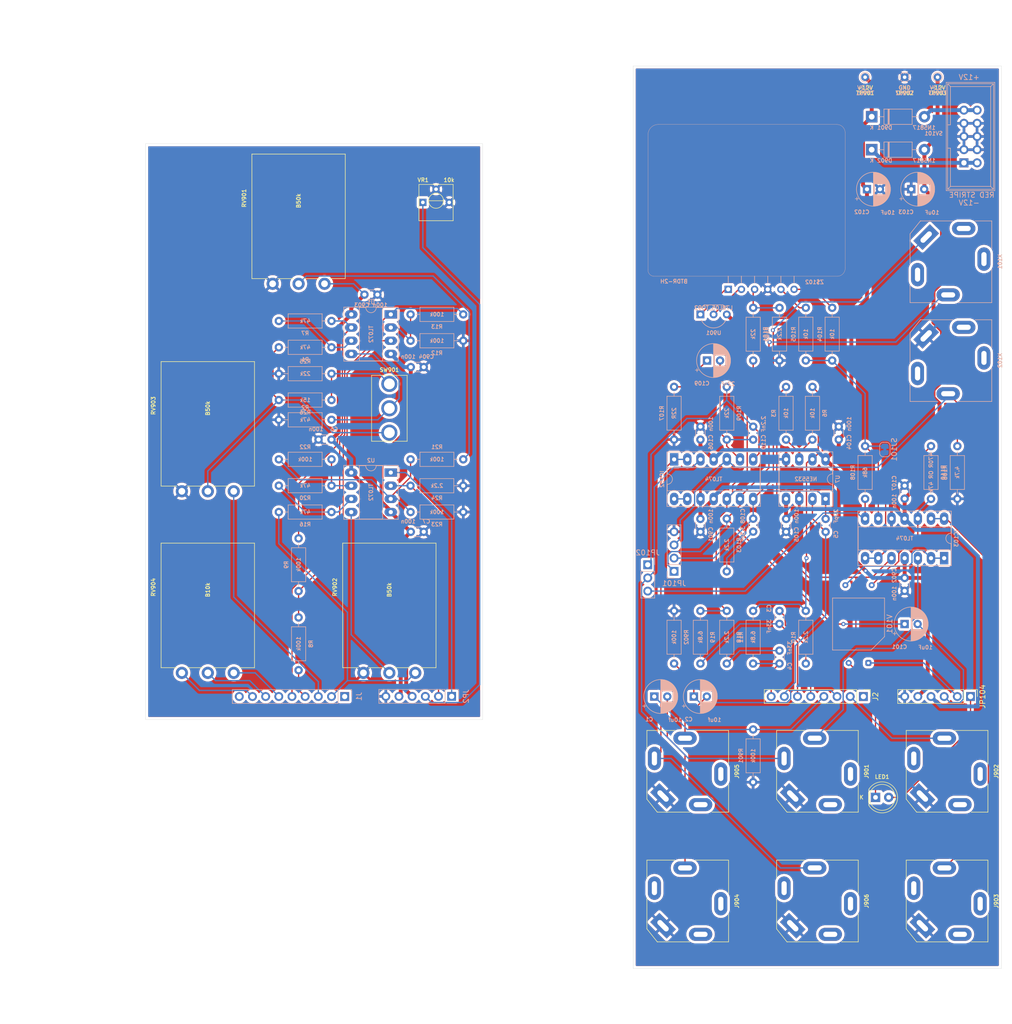
<source format=kicad_pcb>
(kicad_pcb (version 20211014) (generator pcbnew)
  (layers (0 "F.Cu" signal) (31 "B.Cu" signal) (34 "B.Paste" user) (35 "F.Paste" user) (36 "B.SilkS" user "B.Silkscreen") (37 "F.SilkS" user "F.Silkscreen") (38 "B.Mask" user) (39 "F.Mask" user) (44 "Edge.Cuts" user))
  (net 0 "")
  (net 1 "+12V")
  (net 2 "GND")
  (net 3 "-12V")
  (net 4 "/Back board/AUDIO_IN_1")
  (net 5 "/Back board/IN_1")
  (net 6 "/Back board/AUDIO_IN_2")
  (net 7 "/Back board/IN_2")
  (net 8 "Net-(C3-Pad1)")
  (net 9 "/Back board/EQ_POT_3_B")
  (net 10 "/Back board/EQ_POT_1_B")
  (net 11 "Net-(C4-Pad2)")
  (net 12 "/Back board/EQ_POT_2_B")
  (net 13 "/Back board/REVERB_SEND")
  (net 14 "/Back board/TO_TANK")
  (net 15 "/Back board/TRIM_B")
  (net 16 "+12V_B")
  (net 17 "GND_B")
  (net 18 "-12V_B")
  (net 19 "Net-(C108-Pad1)")
  (net 20 "Net-(C108-Pad2)")
  (net 21 "Net-(C109-Pad1)")
  (net 22 "Net-(C109-Pad2)")
  (net 23 "Net-(C110-Pad2)")
  (net 24 "/+12V_INLET")
  (net 25 "/-12V_INLET")
  (net 26 "/Back board/WET")
  (net 27 "/Back board/REVERB_RETURN")
  (net 28 "/Back board/FROM_TANK")
  (net 29 "Net-(IC102-Pad13)")
  (net 30 "Net-(IC103-Pad1)")
  (net 31 "Net-(IC103-Pad8)")
  (net 32 "Net-(IC103-Pad9)")
  (net 33 "/Back board/XFADE")
  (net 34 "/Back board/DRY_B")
  (net 35 "Net-(IC103-Pad12)")
  (net 36 "Net-(IC103-Pad6)")
  (net 37 "/Back board/MIX")
  (net 39 "/Front board/CV_IN")
  (net 40 "/Front board/AUDIO_IN_2")
  (net 41 "/Front board/AUDIO_IN_1")
  (net 42 "/Front board/DRY_F")
  (net 43 "/Front board/EQ_POT_3_F")
  (net 44 "/Front board/EQ_POT_2_F")
  (net 45 "/Front board/EQ_POT_1_F")
  (net 47 "/Back board/CV_IN")
  (net 48 "/Front board/VAC_AN_F")
  (net 49 "/Front board/VAC_CA_F")
  (net 50 "/Front board/TRIM_F")
  (net 51 "/Back board/VAC_AN_B")
  (net 52 "/Back board/VAC_CA_B")
  (net 53 "Net-(LED1-Pad1)")
  (net 54 "Net-(R1-Pad2)")
  (net 55 "/Front board/FB_LEVEL")
  (net 56 "Net-(R2-Pad1)")
  (net 57 "Net-(R3-Pad2)")
  (net 58 "Net-(R10-Pad1)")
  (net 59 "Net-(R7-Pad2)")
  (net 60 "Net-(R8-Pad2)")
  (net 61 "Net-(R12-Pad1)")
  (net 62 "Net-(R16-Pad2)")
  (net 63 "Net-(R20-Pad2)")
  (net 64 "Net-(R21-Pad2)")
  (net 65 "/Front board/MIX")
  (net 66 "Net-(R101-Pad2)")
  (net 67 "Net-(R104-Pad1)")
  (net 68 "Net-(R105-Pad1)")
  (net 69 "/Front board/CV_LEVEL")
  (net 70 "Net-(U901-Pad1)")
  (net 71 "/Front board/FB_ON")
  (net 72 "/Back board/PWR_GND")
  (footprint "Connector_PinHeader_2.54mm:PinHeader_1x06_P2.54mm_Vertical" (layer "F.Cu") (at 229.54 135.56 -90)
    (fp_text reference "JP104")
    (fp_text value "Conn_01x06")
  )
  (footprint "ao_tht:Jack_6.35mm_PJ_629HAN_slots" (layer "F.Cu") (at 225 150 -90)
    (fp_text reference "J902")
    (fp_text value "AudioJack2")
  )
  (footprint "ao_tht:Jack_6.35mm_PJ_629HAN_slots" (layer "F.Cu") (at 175 150 -90)
    (fp_text reference "J905")
    (fp_text value "AudioJack2_SwitchT")
  )
  (footprint "ao_tht:Potentiometer_Alpha_16mm_Single_Vertical" (layer "F.Cu") (at 100 40 90)
    (fp_text reference "RV901")
    (fp_text value "B50k")
  )
  (footprint "ao_tht:Potentiometer_Bourns_3362P_Vertical_screw_centered" (layer "F.Cu") (at 126.5 40)
    (fp_text reference "VR1")
    (fp_text value "10k" hide)
  )
  (footprint "Connector_PinHeader_2.54mm:PinHeader_1x08_P2.54mm_Vertical" (layer "F.Cu") (at 208.89 135.56 -90)
    (fp_text reference "J2")
    (fp_text value "Conn_01x08")
  )
  (footprint "ao_tht:Jack_6.35mm_PJ_629HAN_slots" (layer "F.Cu") (at 200 150 -90)
    (fp_text reference "J901")
    (fp_text value "AudioJack2_SwitchT")
  )
  (footprint "ao_tht:Jack_6.35mm_PJ_629HAN_slots" (layer "F.Cu") (at 175 175 -90)
    (fp_text reference "J904")
    (fp_text value "AudioJack2")
  )
  (footprint "ao_tht:Potentiometer_Alpha_16mm_Single_Vertical" (layer "F.Cu") (at 82.5 80 90)
    (fp_text reference "RV903")
    (fp_text value "B50k")
  )
  (footprint "ao_tht:Jack_6.35mm_PJ_629HAN_slots" (layer "F.Cu") (at 225 175 -90)
    (fp_text reference "J903")
    (fp_text value "AudioJack2")
  )
  (footprint "ao_tht:LED_D5.0mm" (layer "F.Cu") (at 211.225 155)
    (fp_text reference "LED1")
    (fp_text value "LED_green")
  )
  (footprint "ao_tht:Jack_6.35mm_PJ_629HAN_slots" (layer "F.Cu") (at 200 175 -90)
    (fp_text reference "J906")
    (fp_text value "AudioJack2")
  )
  (footprint "ao_tht:Potentiometer_Alpha_16mm_Single_Vertical" (layer "F.Cu") (at 82.5 115 90)
    (fp_text reference "RV904")
    (fp_text value "B10k")
  )
  (footprint "springreverb:springreverb_panel_holes" (layer "F.Cu") (at 100 100)
    (fp_text reference "GRAF902" hide)
    (fp_text value "Holes" hide)
  )
  (footprint "ao_tht:SPDT-toggle-switch-1M-series" (layer "F.Cu") (at 117.5 80)
    (fp_text reference "SW901")
    (fp_text value "SW_SPDT_MSM")
  )
  (footprint "ao_tht:Potentiometer_Alpha_16mm_Single_Vertical" (layer "F.Cu") (at 117.5 115 90)
    (fp_text reference "RV902")
    (fp_text value "B50k")
  )
  (footprint "springreverb:springreverb_panel_holes" (layer "F.Cu") (at 200 100)
    (fp_text reference "GRAF901" hide)
    (fp_text value "Holes" hide)
  )
  (footprint "ao_tht:R_Axial_DIN0207_L6.3mm_D2.5mm_P10.16mm_Horizontal" (layer "B.Cu") (at 209.22 87.3 -90)
    (fp_text reference "R108")
    (fp_text value "68k")
  )
  (footprint "ao_tht:C_Disc_D3.0mm_W1.6mm_P2.50mm" (layer "B.Cu") (at 112.7 58.09)
    (fp_text reference "C903")
    (fp_text value "100n")
  )
  (footprint "ao_tht:R_Axial_DIN0207_L6.3mm_D2.5mm_P10.16mm_Horizontal" (layer "B.Cu") (at 106.35 82.22 180)
    (fp_text reference "R2")
    (fp_text value "47k")
  )
  (footprint "ao_tht:CP_Radial_D6.3mm_P2.50mm" (layer "B.Cu") (at 178.75 70.8)
    (fp_text reference "C109")
    (fp_text value "22uF")
  )
  (footprint "ao_tht:TestPoint_THTPad_D1.5mm_Drill0.7mm" (layer "B.Cu") (at 223.19 16.18)
    (fp_text reference "TP903")
    (fp_text value "-12V")
  )
  (footprint "ao_tht:R_Axial_DIN0207_L6.3mm_D2.5mm_P10.16mm_Horizontal" (layer "B.Cu") (at 172.39 129.21 90)
    (fp_text reference "R902")
    (fp_text value "100k")
  )
  (footprint "ao_tht:R_Axial_DIN0207_L6.3mm_D2.5mm_P10.16mm_Horizontal" (layer "B.Cu") (at 177.47 129.21 90)
    (fp_text reference "R19")
    (fp_text value "6.8k")
  )
  (footprint "ao_tht:C_Disc_D3.0mm_W1.6mm_P2.50mm" (layer "B.Cu") (at 216.84 94.92 -90)
    (fp_text reference "C107")
    (fp_text value "100n")
  )
  (footprint "ao_tht:CP_Radial_D6.3mm_P2.50mm" (layer "B.Cu") (at 168.58 135.56)
    (fp_text reference "C1")
    (fp_text value "10uf")
  )
  (footprint "ao_tht:C_Disc_D3.0mm_W1.6mm_P2.50mm" (layer "B.Cu") (at 193.99 103.82 90)
    (fp_text reference "C105")
    (fp_text value "100n")
  )
  (footprint "ao_tht:C_Disc_D3.0mm_W1.6mm_P2.50mm" (layer "B.Cu") (at 177.47 103.82 90)
    (fp_text reference "C901")
    (fp_text value "100n")
  )
  (footprint "ao_tht:R_Axial_DIN0207_L6.3mm_D2.5mm_P10.16mm_Horizontal" (layer "B.Cu") (at 121.59 100)
    (fp_text reference "R23")
    (fp_text value "100k")
  )
  (footprint "ao_tht:C_Disc_D3.0mm_W1.6mm_P2.50mm" (layer "B.Cu") (at 192.71 119.05 -90)
    (fp_text reference "C3")
    (fp_text value "33nF")
  )
  (footprint "ao_tht:R_Axial_DIN0207_L6.3mm_D2.5mm_P10.16mm_Horizontal" (layer "B.Cu") (at 182.55 129.21 90)
    (fp_text reference "R18")
    (fp_text value "2.2k")
  )
  (footprint "ao_tht:C_Disc_D3.0mm_W1.6mm_P2.50mm" (layer "B.Cu") (at 177.47 86.04 90)
    (fp_text reference "C106")
    (fp_text value "100n")
  )
  (footprint "ao_tht:R_Axial_DIN0207_L6.3mm_D2.5mm_P10.16mm_Horizontal" (layer "B.Cu") (at 221.92 97.46 90)
    (fp_text reference "R110")
    (fp_text value "470R OR 47k")
  )
  (footprint "ao_tht:R_Axial_DIN0207_L6.3mm_D2.5mm_P10.16mm_Horizontal" (layer "B.Cu") (at 121.58 94.93)
    (fp_text reference "R24")
    (fp_text value "2.2k")
  )
  (footprint "ao_tht:R_Axial_DIN0207_L6.3mm_D2.5mm_P10.16mm_Horizontal" (layer "B.Cu") (at 182.55 111.44 90)
    (fp_text reference "R103")
    (fp_text value "2.2k")
  )
  (footprint "ao_tht:DIP-14_W7.62mm_Socket_LongPads" (layer "B.Cu") (at 224.46 108.89 90)
    (fp_text reference "IC103")
    (fp_text value "TL074")
  )
  (footprint "ao_tht:R_Axial_DIN0207_L6.3mm_D2.5mm_P10.16mm_Horizontal" (layer "B.Cu") (at 96.19 78.41)
    (fp_text reference "R26")
    (fp_text value "15k")
  )
  (footprint "ao_tht:DIP-8_W7.62mm_Socket_LongPads" (layer "B.Cu") (at 201.6 97.46 90)
    (fp_text reference "U7")
    (fp_text value "NE5532")
  )
  (footprint "ao_tht:R_Axial_DIN0207_L6.3mm_D2.5mm_P10.16mm_Horizontal" (layer "B.Cu") (at 182.55 86.04 90)
    (fp_text reference "R109")
    (fp_text value "22k")
  )
  (footprint "ao_tht:Power_Header" (layer "B.Cu") (at 228.27 32.69)
    (fp_text reference "SV101")
    (fp_text value "Synth_power_2x5")
  )
  (footprint "ao_tht:CP_Radial_D6.3mm_P2.50mm" (layer "B.Cu") (at 218.11 37.77)
    (fp_text reference "C103")
    (fp_text value "10uF")
  )
  (footprint "ao_tht:R_Axial_DIN0207_L6.3mm_D2.5mm_P10.16mm_Horizontal" (layer "B.Cu") (at 227 87.3 -90)
    (fp_text reference "R106")
    (fp_text value "4.7k")
  )
  (footprint "Connector_PinHeader_2.54mm:PinHeader_1x04_P2.54mm_Vertical" (layer "B.Cu") (at 172.39 111.42)
    (fp_text reference "JP101")
    (fp_text value "Conn_01x04")
  )
  (footprint "ao_tht:R_Axial_DIN0207_L6.3mm_D2.5mm_P10.16mm_Horizontal" (layer "B.Cu") (at 187.64 70.8 90)
    (fp_text reference "R101")
    (fp_text value "22k")
  )
  (footprint "ao_tht:R_Axial_DIN0207_L6.3mm_D2.5mm_P10.16mm_Horizontal" (layer "B.Cu") (at 96.19 100)
    (fp_text reference "R16")
    (fp_text value "47k")
  )
  (footprint "springreverb:BTDR-2H" (layer "B.Cu") (at 182.83 57.07 180)
    (fp_text reference "Z$102")
    (fp_text value "BTDR-2H" hide)
  )
  (footprint "ao_tht:R_Axial_DIN0207_L6.3mm_D2.5mm_P10.16mm_Horizontal" (layer "B.Cu") (at 197.79 60.63 -90)
    (fp_text reference "R105")
    (fp_text value "10k")
  )
  (footprint "ao_tht:R_Axial_DIN0207_L6.3mm_D2.5mm_P10.16mm_Horizontal" (layer "B.Cu") (at 106.35 89.84 180)
    (fp_text reference "R22")
    (fp_text value "100k")
  )
  (footprint "ao_tht:R_Axial_DIN0207_L6.3mm_D2.5mm_P10.16mm_Horizontal" (layer "B.Cu") (at 187.63 119.05 -90)
    (fp_text reference "R11")
    (fp_text value "6.8k")
  )
  (footprint "ao_tht:R_Axial_DIN0207_L6.3mm_D2.5mm_P10.16mm_Horizontal" (layer "B.Cu") (at 192.71 60.63 -90)
    (fp_text reference "R102")
    (fp_text value "2.2k")
  )
  (footprint "ao_tht:TestPoint_THTPad_D1.5mm_Drill0.7mm" (layer "B.Cu") (at 216.84 16.18)
    (fp_text reference "TP902")
    (fp_text value "GND")
  )
  (footprint "ao_tht:C_Disc_D3.0mm_W1.6mm_P2.50mm" (layer "B.Cu") (at 187.64 101.28 -90)
    (fp_text reference "C108")
    (fp_text value "3.3nF")
  )
  (footprint "ao_tht:C_Disc_D3.0mm_W1.6mm_P2.50mm" (layer "B.Cu") (at 106.35 86.03 180)
    (fp_text reference "C6")
    (fp_text value "100n")
  )
  (footprint "ao_tht:C_Disc_D3.0mm_W1.6mm_P2.50mm" (layer "B.Cu") (at 192.71 129.21 90)
    (fp_text reference "C4")
    (fp_text value "33nF")
  )
  (footprint "ao_tht:C_Disc_D3.0mm_W1.6mm_P2.50mm" (layer "B.Cu") (at 201.61 103.82 90)
    (fp_text reference "C5")
    (fp_text value "22pF")
  )
  (footprint "ao_tht:Jack_6.35mm_PJ_629HAN_slots" (layer "B.Cu") (at 225.73 70.79 90)
    (fp_text reference "X102")
    (fp_text value "RCA")
  )
  (footprint "Connector_PinSocket_2.54mm:PinSocket_1x06_P2.54mm_Vertical" (layer "B.Cu") (at 129.515 135.535 90)
    (fp_text reference "JP2")
    (fp_text value "Conn_01x06")
  )
  (footprint "ao_tht:R_Axial_DIN0207_L6.3mm_D2.5mm_P10.16mm_Horizontal" (layer "B.Cu") (at 100 105.08 -90)
    (fp_text reference "R9")
    (fp_text value "100k")
  )
  (footprint "ao_tht:R_Axial_DIN0207_L6.3mm_D2.5mm_P10.16mm_Horizontal" (layer "B.Cu") (at 100 130.48 90)
    (fp_text reference "R8")
    (fp_text value "100k")
  )
  (footprint "ao_tht:DIP-8_W7.62mm_Socket_LongPads" (layer "B.Cu") (at 117.77 92.39 180)
    (fp_text reference "U2")
    (fp_text value "TL072")
  )
  (footprint "ao_tht:R_Axial_DIN0207_L6.3mm_D2.5mm_P10.16mm_Horizontal" (layer "B.Cu") (at 121.59 66.98)
    (fp_text reference "R12")
    (fp_text value "100k")
  )
  (footprint "ao_tht:C_Disc_D3.0mm_W1.6mm_P2.50mm" (layer "B.Cu") (at 204.14 86.03 90)
    (fp_text reference "C104")
    (fp_text value "100n")
  )
  (footprint "ao_tht:C_Disc_D3.0mm_W1.6mm_P2.50mm" (layer "B.Cu") (at 124.13 103.81 180)
    (fp_text reference "C7")
    (fp_text value "100n")
  )
  (footprint "Connector_PinSocket_2.54mm:PinSocket_1x09_P2.54mm_Vertical" (layer "B.Cu") (at 108.89 135.56 90)
    (fp_text reference "J1")
    (fp_text value "Conn_01x08")
  )
  (footprint "Jumper:SolderJumper-2_P1.3mm_Bridged_RoundedPad1.0x1.5mm" (layer "B.Cu") (at 213.03 87.95 90)
    (fp_text reference "SJ101")
    (fp_text value "SolderJumper")
  )
  (footprint "ao_tht:R_Axial_DIN0207_L6.3mm_D2.5mm_P10.16mm_Horizontal" (layer "B.Cu") (at 187.63 141.91 -90)
    (fp_text reference "R901")
    (fp_text value "100k")
  )
  (footprint "Connector_PinHeader_2.54mm:PinHeader_1x03_P2.54mm_Vertical" (layer "B.Cu") (at 167.31 110.16 180)
    (fp_text reference "JP102")
    (fp_text value "Conn_01x03")
  )
  (footprint "ao_tht:C_Disc_D3.0mm_W1.6mm_P2.50mm" (layer "B.Cu") (at 124.13 72.06 180)
    (fp_text reference "C904")
    (fp_text value "100n")
  )
  (footprint "ao_tht:TO-92_Inline_Wide" (layer "B.Cu") (at 177.47 61.91)
    (fp_text reference "U901")
    (fp_text value "L78L05_TO92")
  )
  (footprint "ao_tht:CP_Radial_D6.3mm_P2.50mm" (layer "B.Cu") (at 216.84 121.59)
    (fp_text reference "C101")
    (fp_text value "10uF")
  )
  (footprint "ao_tht:R_Axial_DIN0207_L6.3mm_D2.5mm_P10.16mm_Horizontal" (layer "B.Cu") (at 96.19 94.92)
    (fp_text reference "R20")
    (fp_text value "47k")
  )
  (footprint "ao_tht:R_Axial_DIN0207_L6.3mm_D2.5mm_P10.16mm_Horizontal" (layer "B.Cu") (at 197.79 119.05 -90)
    (fp_text reference "R10")
    (fp_text value "2.2k")
  )
  (footprint "ao_tht:R_Axial_DIN0207_L6.3mm_D2.5mm_P10.16mm_Horizontal" (layer "B.Cu") (at 172.39 75.87 -90)
    (fp_text reference "R107")
    (fp_text value "22R")
  )
  (footprint "OptoDevice:PerkinElmer_VTL5C" (layer "B.Cu") (at 209.85 129.09 90)
    (fp_text reference "V101")
    (fp_text value "32SR3 OR VTL5C3")
  )
  (footprint "ao_tht:DIP-14_W7.62mm_Socket_LongPads" (layer "B.Cu") (at 172.4 89.85 -90)
    (fp_text reference "IC102")
    (fp_text value "TL074")
  )
  (footprint "ao_tht:R_Axial_DIN0207_L6.3mm_D2.5mm_P10.16mm_Horizontal" (layer "B.Cu") (at 96.19 63.17)
    (fp_text reference "R7")
    (fp_text value "47k")
  )
  (footprint "ao_tht:DIP-8_W7.62mm_Socket_LongPads" (layer "B.Cu") (at 117.78 61.9 180)
    (fp_text reference "U1")
    (fp_text value "TL072")
  )
  (footprint "ao_tht:CP_Radial_D6.3mm_P2.50mm" (layer "B.Cu") (at 176.2 135.56)
    (fp_text reference "C2")
    (fp_text value "10uf")
  )
  (footprint "ao_tht:R_Axial_DIN0207_L6.3mm_D2.5mm_P10.16mm_Horizontal" (layer "B.Cu") (at 199.07 86.04 90)
    (fp_text reference "R6")
    (fp_text value "10k")
  )
  (footprint "ao_tht:R_Axial_DIN0207_L6.3mm_D2.5mm_P10.16mm_Horizontal" (layer "B.Cu") (at 193.98 75.88 -90)
    (fp_text reference "R3")
    (fp_text value "10k")
  )
  (footprint "ao_tht:R_Axial_DIN0207_L6.3mm_D2.5mm_P10.16mm_Horizontal" (layer "B.Cu") (at 96.19 68.25)
    (fp_text reference "R1")
    (fp_text value "47k")
  )
  (footprint "ao_tht:R_Axial_DIN0207_L6.3mm_D2.5mm_P10.16mm_Horizontal" (layer "B.Cu") (at 202.87 60.63 -90)
    (fp_text reference "R104")
    (fp_text value "10k")
  )
  (footprint "ao_tht:CP_Radial_D6.3mm_P2.50mm" (layer "B.Cu") (at 209.58 37.77)
    (fp_text reference "C102")
    (fp_text value "10uF")
  )
  (footprint "ao_tht:D_DO-41_SOD81_P10.16mm_Horizontal" (layer "B.Cu") (at 210.49 30.15)
    (fp_text reference "D902")
    (fp_text value "1N5817")
  )
  (footprint "ao_tht:R_Axial_DIN0207_L6.3mm_D2.5mm_P10.16mm_Horizontal" (layer "B.Cu") (at 121.59 61.9)
    (fp_text reference "R13")
    (fp_text value "100k")
  )
  (footprint "ao_tht:R_Axial_DIN0207_L6.3mm_D2.5mm_P10.16mm_Horizontal" (layer "B.Cu") (at 131.75 89.84 180)
    (fp_text reference "R21")
    (fp_text value "100k")
  )
  (footprint "ao_tht:C_Disc_D3.0mm_W1.6mm_P2.50mm" (layer "B.Cu") (at 187.64 86.04 90)
    (fp_text reference "C110")
    (fp_text value "2.2nF")
  )
  (footprint "ao_tht:C_Disc_D3.0mm_W1.6mm_P2.50mm" (layer "B.Cu") (at 216.84 112.7 -90)
    (fp_text reference "C902")
    (fp_text value "100n")
  )
  (footprint "ao_tht:TestPoint_THTPad_D1.5mm_Drill0.7mm" (layer "B.Cu") (at 209.22 16.18)
    (fp_text reference "TP901")
    (fp_text value "+12V")
  )
  (footprint "ao_tht:D_DO-41_SOD81_P10.16mm_Horizontal" (layer "B.Cu") (at 210.49 23.8)
    (fp_text reference "D901")
    (fp_text value "1N5817")
  )
  (footprint "ao_tht:R_Axial_DIN0207_L6.3mm_D2.5mm_P10.16mm_Horizontal" (layer "B.Cu") (at 106.35 73.33 180)
    (fp_text reference "R25")
    (fp_text value "22k")
  )
  (footprint "ao_tht:Jack_6.35mm_PJ_629HAN_slots" (layer "B.Cu") (at 225.73 51.74 90)
    (fp_text reference "X101")
    (fp_text value "RCA")
  )
  (gr_rect (start 164.5 14) (end 235.5 188) (layer "Edge.Cuts") (width 0.05) (fill none))
  (gr_rect (start 70.5 29) (end 135.5 140) (layer "Edge.Cuts") (width 0.05) (fill none))
  (segment (start 115.04596 97.28596) (end 110.15 92.39) (width 0.75) (layer "F.Cu") (net 1))
  (segment (start 115.04596 99.629824) (end 115.04596 97.28596) (width 0.75) (layer "F.Cu") (net 1))
  (segment (start 107.747 64.313) (end 110.16 61.9) (width 0.75) (layer "F.Cu") (net 1))
  (segment (start 110.16 61.9) (end 110.16 60.63) (width 0.75) (layer "F.Cu") (net 1))
  (segment (start 106.35 86.03) (end 107.747 84.633) (width 0.75) (layer "F.Cu") (net 1))
  (segment (start 119.685 104.268864) (end 115.04596 99.629824) (width 0.75) (layer "F.Cu") (net 1))
  (segment (start 119.355 135.535) (end 119.685 135.205) (width 0.75) (layer "F.Cu") (net 1))
  (segment (start 119.685 135.205) (end 119.685 104.268864) (width 0.75) (layer "F.Cu") (net 1))
  (segment (start 110.16 60.63) (end 112.7 58.09) (width 0.75) (layer "F.Cu") (net 1))
  (segment (start 107.747 84.633) (end 107.747 64.313) (width 0.75) (layer "F.Cu") (net 1))
  (segment (start 110.61 56) (end 112.7 58.09) (width 0.25) (layer "B.Cu") (net 1))
  (segment (start 105 56) (end 110.61 56) (width 0.25) (layer "B.Cu") (net 1))
  (segment (start 110.15 92.39) (end 110.15 89.83) (width 0.75) (layer "B.Cu") (net 1))
  (segment (start 110.15 89.83) (end 106.35 86.03) (width 0.75) (layer "B.Cu") (net 1))
  (segment (start 115.99548 98.039344) (end 115.99548 89.209033) (width 0.75) (layer "F.Cu") (net 3))
  (segment (start 115.99548 89.209033) (end 121.63 83.574513) (width 0.75) (layer "F.Cu") (net 3))
  (segment (start 121.63 103.81) (end 121.57 103.81) (width 0.75) (layer "F.Cu") (net 3))
  (segment (start 121.895 135.535) (end 120.755489 134.395489) (width 0.75) (layer "F.Cu") (net 3))
  (segment (start 121.63 83.574513) (end 121.63 72.06) (width 0.75) (layer "F.Cu") (net 3))
  (segment (start 120.755489 104.684511) (end 121.63 103.81) (width 0.75) (layer "F.Cu") (net 3))
  (segment (start 120.755489 134.395489) (end 120.755489 104.684511) (width 0.75) (layer "F.Cu") (net 3))
  (segment (start 117.77 100.01) (end 117.77 99.813864) (width 0.75) (layer "F.Cu") (net 3))
  (segment (start 121.57 103.81) (end 117.77 100.01) (width 0.75) (layer "F.Cu") (net 3))
  (segment (start 117.77 99.813864) (end 115.99548 98.039344) (width 0.75) (layer "F.Cu") (net 3))
  (segment (start 121.63 72.06) (end 120.32 72.06) (width 0.75) (layer "B.Cu") (net 3))
  (segment (start 120.32 72.06) (end 117.78 69.52) (width 0.75) (layer "B.Cu") (net 3))
  (segment (start 194.92 141.91) (end 201.27 135.56) (width 0.25) (layer "B.Cu") (net 4))
  (segment (start 174.93 141.91) (end 187.63 141.91) (width 0.25) (layer "B.Cu") (net 4))
  (segment (start 187.63 141.91) (end 194.92 141.91) (width 0.25) (layer "B.Cu") (net 4))
  (segment (start 168.58 135.56) (end 174.93 141.91) (width 0.25) (layer "B.Cu") (net 4))
  (segment (start 171.08 143.406707) (end 171.08 135.56) (width 0.25) (layer "F.Cu") (net 5))
  (segment (start 174.5 146.826707) (end 171.08 143.406707) (width 0.25) (layer "F.Cu") (net 5))
  (segment (start 174.5 168.6) (end 174.5 146.826707) (width 0.25) (layer "F.Cu") (net 5))
  (segment (start 176.2 135.56) (end 176.2 133.02) (width 0.25) (layer "F.Cu") (net 6))
  (segment (start 176.2 133.02) (end 172.39 129.21) (width 0.25) (layer "F.Cu") (net 6))
  (segment (start 194.867494 134.35851) (end 202.60851 134.35851) (width 0.25) (layer "B.Cu") (net 6))
  (segment (start 177.374511 136.734511) (end 194.136499 136.734511) (width 0.25) (layer "B.Cu") (net 6))
  (segment (start 176.2 135.56) (end 177.374511 136.734511) (width 0.25) (layer "B.Cu") (net 6))
  (segment (start 194.136499 136.734511) (end 194.867494 136.003516) (width 0.25) (layer "B.Cu") (net 6))
  (segment (start 202.60851 134.35851) (end 203.81 135.56) (width 0.25) (layer "B.Cu") (net 6))
  (segment (start 194.867494 136.003516) (end 194.867494 134.35851) (width 0.25) (layer "B.Cu") (net 6))
  (segment (start 174.5 139.76) (end 178.7 135.56) (width 0.25) (layer "F.Cu") (net 7))
  (segment (start 174.5 143.6) (end 174.5 139.76) (width 0.25) (layer "F.Cu") (net 7))
  (segment (start 193.834511 121.825511) (end 193.834511 120.174511) (width 0.25) (layer "F.Cu") (net 8))
  (segment (start 197.79 129.21) (end 197.79 125.781) (width 0.25) (layer "F.Cu") (net 8))
  (segment (start 197.79 125.781) (end 193.834511 121.825511) (width 0.25) (layer "F.Cu") (net 8))
  (segment (start 193.834511 120.174511) (end 192.71 119.05) (width 0.25) (layer "F.Cu") (net 8))
  (segment (start 196.19 125.03) (end 192.71 121.55) (width 0.25) (layer "F.Cu") (net 9))
  (segment (start 196.19 135.56) (end 196.19 125.03) (width 0.25) (layer "F.Cu") (net 9))
  (segment (start 185.13 121.55) (end 192.71 121.55) (width 0.25) (layer "B.Cu") (net 9))
  (segment (start 177.47 129.21) (end 185.13 121.55) (width 0.25) (layer "B.Cu") (net 9))
  (segment (start 191.11 130.81) (end 192.71 129.21) (width 0.25) (layer "F.Cu") (net 10))
  (segment (start 191.11 135.56) (end 191.11 130.81) (width 0.25) (layer "F.Cu") (net 10))
  (segment (start 187.63 129.21) (end 192.71 129.21) (width 0.25) (layer "B.Cu") (net 10))
  (segment (start 185.05 126.71) (end 192.71 126.71) (width 0.25) (layer "B.Cu") (net 11))
  (segment (start 182.55 129.21) (end 185.05 126.71) (width 0.25) (layer "B.Cu") (net 11))
  (segment (start 201.61 103.82) (end 199.06 101.27) (width 0.25) (layer "F.Cu") (net 12))
  (segment (start 199.06 101.27) (end 199.06 97.46) (width 0.25) (layer "F.Cu") (net 12))
  (segment (start 195.758 132.8323) (end 193.65 134.9403) (width 0.25) (layer "B.Cu") (net 12))
  (segment (start 195.758 125.781) (end 195.758 132.8323) (width 0.25) (layer "B.Cu") (net 12))
  (segment (start 201.61 119.929) (end 195.758 125.781) (width 0.25) (layer "B.Cu") (net 12))
  (segment (start 193.65 134.9403) (end 193.65 135.56) (width 0.25) (layer "B.Cu") (net 12))
  (segment (start 201.61 103.82) (end 201.61 119.929) (width 0.25) (layer "B.Cu") (net 12))
  (segment (start 182.56 97.47) (end 182.56 99.609) (width 0.25) (layer "F.Cu") (net 13))
  (segment (start 183.68452 94.80148) (end 186.487 91.999) (width 0.25) (layer "F.Cu") (net 13))
  (segment (start 182.56 97.47) (end 183.68452 96.34548) (width 0.25) (layer "F.Cu") (net 13))
  (segment (start 186.487 78.918) (end 187.64 77.765) (width 0.25) (layer "F.Cu") (net 13))
  (segment (start 182.56 99.609) (end 180.518 101.651) (width 0.25) (layer "F.Cu") (net 13))
  (segment (start 180.518 101.651) (end 180.518 117.018) (width 0.25) (layer "F.Cu") (net 13))
  (segment (start 201.61 97.47) (end 201.6 97.46) (width 0.25) (layer "F.Cu") (net 13))
  (segment (start 201.61 101.32) (end 201.61 97.47) (width 0.25) (layer "F.Cu") (net 13))
  (segment (start 180.518 117.018) (end 182.55 119.05) (width 0.25) (layer "F.Cu") (net 13))
  (segment (start 186.487 91.999) (end 186.487 78.918) (width 0.25) (layer "F.Cu") (net 13))
  (segment (start 187.64 77.765) (end 187.64 70.8) (width 0.25) (layer "F.Cu") (net 13))
  (segment (start 183.68452 96.34548) (end 183.68452 94.80148) (width 0.25) (layer "F.Cu") (net 13))
  (segment (start 184.09452 95.93548) (end 200.07548 95.93548) (width 0.25) (layer "B.Cu") (net 13))
  (segment (start 200.07548 95.93548) (end 201.6 97.46) (width 0.25) (layer "B.Cu") (net 13))
  (segment (start 177.47 119.05) (end 182.55 119.05) (width 0.25) (layer "B.Cu") (net 13))
  (segment (start 182.56 97.47) (end 184.09452 95.93548) (width 0.25) (layer "B.Cu") (net 13))
  (segment (start 202.86 121.59) (end 205.029 121.59) (width 0.25) (layer "F.Cu") (net 14))
  (segment (start 185.1 97.07) (end 190.678 91.492) (width 0.25) (layer "F.Cu") (net 14))
  (segment (start 182.55 101.28) (end 185.1 98.73) (width 0.25) (layer "F.Cu") (net 14))
  (segment (start 185.1 98.73) (end 185.1 97.47) (width 0.25) (layer "F.Cu") (net 14))
  (segment (start 190.678 67.361) (end 190.805 67.234) (width 0.25) (layer "F.Cu") (net 14))
  (segment (start 190.678 91.492) (end 190.678 67.361) (width 0.25) (layer "F.Cu") (net 14))
  (segment (start 182.55 101.28) (end 202.86 121.59) (width 0.25) (layer "F.Cu") (net 14))
  (segment (start 185.1 97.47) (end 185.1 97.07) (width 0.25) (layer "F.Cu") (net 14))
  (via (at 205.029 121.59) (size 0.8) (drill 0.4) (layers "F.Cu" "B.Cu") (net 14))
  (via (at 190.805 67.234) (size 0.8) (drill 0.4) (layers "F.Cu" "B.Cu") (net 14))
  (segment (start 216.84 121.59) (end 205.029 121.59) (width 0.25) (layer "B.Cu") (net 14))
  (segment (start 177.47 107.62) (end 171.882 107.62) (width 0.25) (layer "B.Cu") (net 14))
  (segment (start 171.215489 108.286511) (end 171.215489 110.245489) (width 0.25) (layer "B.Cu") (net 14))
  (segment (start 224.23 58.14) (end 215.136 67.234) (width 0.25) (layer "B.Cu") (net 14))
  (segment (start 171.882 107.62) (end 171.215489 108.286511) (width 0.25) (layer "B.Cu") (net 14))
  (segment (start 215.136 67.234) (end 190.805 67.234) (width 0.25) (layer "B.Cu") (net 14))
  (segment (start 225.23 58.14) (end 224.23 58.14) (width 0.25) (layer "B.Cu") (net 14))
  (segment (start 182.55 101.28) (end 182.55 102.54) (width 0.25) (layer "B.Cu") (net 14))
  (segment (start 182.55 102.54) (end 177.47 107.62) (width 0.25) (layer "B.Cu") (net 14))
  (segment (start 171.215489 110.245489) (end 172.39 111.42) (width 0.25) (layer "B.Cu") (net 14))
  (segment (start 228.174511 136.046499) (end 227.486499 136.734511) (width 0.25) (layer "B.Cu") (net 15))
  (segment (start 227.486499 136.734511) (end 225.634511 136.734511) (width 0.25) (layer "B.Cu") (net 15))
  (segment (start 228.174511 130.424511) (end 228.174511 136.046499) (width 0.25) (layer "B.Cu") (net 15))
  (segment (start 219.34 121.59) (end 228.174511 130.424511) (width 0.25) (layer "B.Cu") (net 15))
  (segment (start 225.634511 136.734511) (end 224.46 135.56) (width 0.25) (layer "B.Cu") (net 15))
  (segment (start 208.815489 25.474511) (end 208.815489 37.005489) (width 0.75) (layer "F.Cu") (net 16))
  (segment (start 221.285 113.843) (end 220.142 112.7) (width 0.75) (layer "F.Cu") (net 16))
  (segment (start 204.14 87.3) (end 201.6 89.84) (width 0.75) (layer "F.Cu") (net 16))
  (segment (start 206.565489 62.014511) (end 206.565489 83.604511) (width 0.75) (layer "F.Cu") (net 16))
  (segment (start 204.14 92.38) (end 204.14 106.153864) (width 0.75) (layer "F.Cu") (net 16))
  (segment (start 177.47 87.3) (end 180.02 89.85) (width 0.75) (layer "F.Cu") (net 16))
  (segment (start 204.14 86.03) (end 204.14 87.3) (width 0.75) (layer "F.Cu") (net 16))
  (segment (start 206.565489 83.604511) (end 204.14 86.03) (width 0.75) (layer "F.Cu") (net 16))
  (segment (start 216.84 112.7) (end 216.84 108.89) (width 0.75) (layer "F.Cu") (net 16))
  (segment (start 177.47 86.04) (end 177.47 87.3) (width 0.75) (layer "F.Cu") (net 16))
  (segment (start 209.58 37.77) (end 209.58 59) (width 0.75) (layer "F.Cu") (net 16))
  (segment (start 210.49 17.45) (end 210.49 23.8) (width 0.75) (layer "F.Cu") (net 16))
  (segment (start 206.426 63.678) (end 184.318 63.678) (width 0.75) (layer "F.Cu") (net 16))
  (segment (start 219.38 135.56) (end 221.285 133.655) (width 0.75) (layer "F.Cu") (net 16))
  (segment (start 184.318 63.678) (end 182.55 61.91) (width 0.75) (layer "F.Cu") (net 16))
  (segment (start 201.6 89.84) (end 204.14 92.38) (width 0.75) (layer "F.Cu") (net 16))
  (segment (start 209.22 16.18) (end 210.49 17.45) (width 0.75) (layer "F.Cu") (net 16))
  (segment (start 221.285 133.655) (end 221.285 113.843) (width 0.75) (layer "F.Cu") (net 16))
  (segment (start 209.58 59) (end 206.565489 62.014511) (width 0.75) (layer "F.Cu") (net 16))
  (segment (start 208.815489 37.005489) (end 209.58 37.77) (width 0.75) (layer "F.Cu") (net 16))
  (segment (start 210.49 23.8) (end 208.815489 25.474511) (width 0.75) (layer "F.Cu") (net 16))
  (segment (start 204.14 106.153864) (end 209.318068 111.331932) (width 0.75) (layer "F.Cu") (net 16))
  (segment (start 220.142 112.7) (end 216.84 112.7) (width 0.75) (layer "F.Cu") (net 16))
  (via (at 209.318068 111.331932) (size 0.8) (drill 0.4) (layers "F.Cu" "B.Cu") (net 16))
  (segment (start 199.82548 88.06548) (end 201.6 89.84) (width 0.75) (layer "B.Cu") (net 16))
  (segment (start 209.318068 111.331932) (end 210.686136 112.7) (width 0.75) (layer "B.Cu") (net 16))
  (segment (start 180.02 89.85) (end 181.80452 88.06548) (width 0.75) (layer "B.Cu") (net 16))
  (segment (start 181.80452 88.06548) (end 199.82548 88.06548) (width 0.75) (layer "B.Cu") (net 16))
  (segment (start 210.686136 112.7) (end 216.84 112.7) (width 0.75) (layer "B.Cu") (net 16))
  (segment (start 216.84 97.42) (end 216.84 101.27) (width 0.75) (layer "F.Cu") (net 18))
  (segment (start 177.47 100.02) (end 180.02 97.47) (width 0.75) (layer "F.Cu") (net 18))
  (segment (start 223.571 90.689) (end 216.84 97.42) (width 0.75) (layer "F.Cu") (net 18))
  (segment (start 224.039394 41.199394) (end 224.039394 55.750346) (width 0.75) (layer "F.Cu") (net 18))
  (segment (start 220.61 37.77) (end 224.039394 41.199394) (width 0.75) (layer "F.Cu") (net 18))
  (segment (start 222.40548 77.94574) (end 223.571 79.11126) (width 0.75) (layer "F.Cu") (net 18))
  (segment (start 223.19 16.18) (end 223.19 27.61) (width 0.75) (layer "F.Cu") (net 18))
  (segment (start 222.40548 57.38426) (end 222.40548 63.471006) (width 0.75) (layer "F.Cu") (net 18))
  (segment (start 220.65 37.73) (end 220.61 37.77) (width 0.75) (layer "F.Cu") (net 18))
  (segment (start 222.40548 63.471006) (end 224.039394 65.10492) (width 0.75) (layer "F.Cu") (net 18))
  (segment (start 224.039394 74.800346) (end 222.40548 76.43426) (width 0.75) (layer "F.Cu") (net 18))
  (segment (start 224.039394 55.750346) (end 222.40548 57.38426) (width 0.75) (layer "F.Cu") (net 18))
  (segment (start 222.40548 76.43426) (end 222.40548 77.94574) (width 0.75) (layer "F.Cu") (net 18))
  (segment (start 220.65 30.15) (end 220.65 37.73) (width 0.75) (layer "F.Cu") (net 18))
  (segment (start 193.98 101.31) (end 193.99 101.32) (width 0.75) (layer "F.Cu") (net 18))
  (segment (start 224.039394 65.10492) (end 224.039394 74.800346) (width 0.75) (layer "F.Cu") (net 18))
  (segment (start 223.571 79.11126) (end 223.571 90.689) (width 0.75) (layer "F.Cu") (net 18))
  (segment (start 193.98 97.46) (end 193.98 101.31) (width 0.75) (layer "F.Cu") (net 18))
  (segment (start 177.47 101.32) (end 177.47 100.02) (width 0.75) (layer "F.Cu") (net 18))
  (segment (start 223.19 27.61) (end 220.65 30.15) (width 0.75) (layer "F.Cu") (net 18))
  (segment (start 195.88251 99.42749) (end 214.99749 99.42749) (width 0.75) (layer "B.Cu") (net 18))
  (segment (start 180.02 97.07) (end 181.854031 95.235969) (width 0.75) (layer "B.Cu") (net 18))
  (segment (start 223.825 137.465) (end 221.92 135.56) (width 0.75) (layer "B.Cu") (net 18))
  (segment (start 216.84 101.27) (end 218.999 103.429) (width 0.75) (layer "B.Cu") (net 18))
  (segment (start 193.99 101.32) (end 195.88251 99.42749) (width 0.75) (layer "B.Cu") (net 18))
  (segment (start 225.857 103.429) (end 230.964511 108.536511) (width 0.75) (layer "B.Cu") (net 18))
  (segment (start 203.505 96.215978) (end 203.505 99.365) (width 0.75) (layer "B.Cu") (net 18))
  (segment (start 181.854031 95.235969) (end 202.524991 95.235969) (width 0.75) (layer "B.Cu") (net 18))
  (segment (start 214.99749 99.42749) (end 216.84 101.27) (width 0.75) (layer "B.Cu") (net 18))
  (segment (start 180.02 97.47) (end 180.02 97.07) (width 0.75) (layer "B.Cu") (net 18))
  (segment (start 202.524991 95.235969) (end 203.505 96.215978) (width 0.75) (layer "B.Cu") (net 18))
  (segment (start 230.964511 108.536511) (end 230.964511 137.465) (width 0.75) (layer "B.Cu") (net 18))
  (segment (start 230.964511 137.465) (end 223.825 137.465) (width 0.75) (layer "B.Cu") (net 18))
  (segment (start 218.999 103.429) (end 225.857 103.429) (width 0.75) (layer "B.Cu") (net 18))
  (segment (start 191.529501 93.580499) (end 191.529501 65.037501) (width 0.25) (layer "F.Cu") (net 19))
  (segment (start 187.64 97.47) (end 191.529501 93.580499) (width 0.25) (layer "F.Cu") (net 19))
  (segment (start 191.529501 65.037501) (end 191.44 64.948) (width 0.25) (layer "F.Cu") (net 19))
  (via (at 191.44 64.948) (size 0.8) (drill 0.4) (layers "F.Cu" "B.Cu") (net 19))
  (segment (start 191.44 64.948) (end 196.882511 59.505489) (width 0.25) (layer "B.Cu") (net 19))
  (segment (start 187.64 101.28) (end 187.64 97.47) (width 0.25) (layer "B.Cu") (net 19))
  (segment (start 208.484511 59.505489) (end 220.99 47) (width 0.25) (layer "B.Cu") (net 19))
  (segment (start 172.39 108.88) (end 180.04 108.88) (width 0.25) (layer "B.Cu") (net 19))
  (segment (start 180.04 108.88) (end 187.64 101.28) (width 0.25) (layer "B.Cu") (net 19))
  (segment (start 196.882511 59.505489) (end 208.484511 59.505489) (width 0.25) (layer "B.Cu") (net 19))
  (segment (start 182.55 111.44) (end 182.55 108.87) (width 0.25) (layer "B.Cu") (net 20))
  (segment (start 182.55 108.87) (end 187.64 103.78) (width 0.25) (layer "B.Cu") (net 20))
  (segment (start 173.68 75.87) (end 178.75 70.8) (width 0.25) (layer "F.Cu") (net 21))
  (segment (start 172.39 75.87) (end 173.68 75.87) (width 0.25) (layer "F.Cu") (net 21))
  (segment (start 185.1 89.85) (end 182.55 87.3) (width 0.25) (layer "F.Cu") (net 22))
  (segment (start 182.55 86.04) (end 181.25 84.74) (width 0.25) (layer "F.Cu") (net 22))
  (segment (start 182.55 87.3) (end 182.55 86.04) (width 0.25) (layer "F.Cu") (net 22))
  (segment (start 181.25 84.74) (end 181.25 70.8) (width 0.25) (layer "F.Cu") (net 22))
  (segment (start 182.55 86.04) (end 187.64 86.04) (width 0.25) (layer "B.Cu") (net 22))
  (segment (start 187.64 89.85) (end 188.764511 88.725489) (width 0.25) (layer "F.Cu") (net 23))
  (segment (start 188.764511 88.725489) (end 188.764511 84.664511) (width 0.25) (layer "F.Cu") (net 23))
  (segment (start 188.764511 84.664511) (end 187.64 83.54) (width 0.25) (layer "F.Cu") (net 23))
  (segment (start 174.8637 81.966) (end 179.034 81.966) (width 0.25) (layer "B.Cu") (net 23))
  (segment (start 167.31 110.16) (end 167.945 109.525) (width 0.25) (layer "B.Cu") (net 23))
  (segment (start 182.55 75.88) (end 182.55 78.45) (width 0.25) (layer "B.Cu") (net 23))
  (segment (start 167.945 88.8847) (end 174.8637 81.966) (width 0.25) (layer "B.Cu") (net 23))
  (segment (start 179.034 81.966) (end 182.55 78.45) (width 0.25) (layer "B.Cu") (net 23))
  (segment (start 167.945 109.525) (end 167.945 88.8847) (width 0.25) (layer "B.Cu") (net 23))
  (segment (start 182.55 78.45) (end 187.64 83.54) (width 0.25) (layer "B.Cu") (net 23))
  (segment (start 221.92 22.53) (end 220.65 23.8) (width 0.75) (layer "B.Cu") (net 24))
  (segment (start 230.81 22.53) (end 228.27 22.53) (width 0.75) (layer "B.Cu") (net 24))
  (segment (start 228.27 22.53) (end 221.92 22.53) (width 0.75) (layer "B.Cu") (net 24))
  (segment (start 228.27 32.69) (end 213.03 32.69) (width 0.75) (layer "B.Cu") (net 25))
  (segment (start 213.03 32.69) (end 210.49 30.15) (width 0.75) (layer "B.Cu") (net 25))
  (segment (start 230.81 32.69) (end 228.27 32.69) (width 0.75) (layer "B.Cu") (net 25))
  (segment (start 169.85 146.25) (end 169.85 92.4) (width 0.25) (layer "F.Cu") (net 26))
  (segment (start 168.6 147.5) (end 169.85 146.25) (width 0.25) (layer "F.Cu") (net 26))
  (segment (start 169.85 92.4) (end 172.4 89.85) (width 0.25) (layer "F.Cu") (net 26))
  (segment (start 172.4 89.85) (end 174.94 89.85) (width 0.25) (layer "B.Cu") (net 26))
  (segment (start 168.6 147.5) (end 171.826707 147.5) (width 0.25) (layer "B.Cu") (net 26))
  (segment (start 192.926707 168.6) (end 199.5 168.6) (width 0.25) (layer "B.Cu") (net 26))
  (segment (start 171.826707 147.5) (end 192.926707 168.6) (width 0.25) (layer "B.Cu") (net 26))
  (segment (start 175.173293 147.5) (end 193.6 147.5) (width 0.25) (layer "B.Cu") (net 27))
  (segment (start 172.379489 91.374511) (end 168.58 95.174) (width 0.25) (layer "B.Cu") (net 27))
  (segment (start 166.135489 138.462196) (end 175.173293 147.5) (width 0.25) (layer "B.Cu") (net 27))
  (segment (start 166.135489 113.874511) (end 166.135489 138.462196) (width 0.25) (layer "B.Cu") (net 27))
  (segment (start 168.58 111.43) (end 167.31 112.7) (width 0.25) (layer "B.Cu") (net 27))
  (segment (start 168.58 95.174) (end 168.58 111.43) (width 0.25) (layer "B.Cu") (net 27))
  (segment (start 177.48 89.85) (end 175.955489 91.374511) (width 0.25) (layer "B.Cu") (net 27))
  (segment (start 167.31 112.7) (end 166.135489 113.874511) (width 0.25) (layer "B.Cu") (net 27))
  (segment (start 175.955489 91.374511) (end 172.379489 91.374511) (width 0.25) (layer "B.Cu") (net 27))
  (segment (start 227 87.3) (end 227 78.96) (width 0.25) (layer "F.Cu") (net 28))
  (segment (start 227 78.96) (end 225.23 77.19) (width 0.25) (layer "F.Cu") (net 28))
  (segment (start 176.35548 96.05452) (end 182.56 89.85) (width 0.25) (layer "B.Cu") (net 28))
  (segment (start 225.23 77.816036) (end 225.23 77.19) (width 0.25) (layer "B.Cu") (net 28))
  (segment (start 182.56 89.85) (end 184.08452 91.37452) (width 0.25) (layer "B.Cu") (net 28))
  (segment (start 173.564511 105.165489) (end 173.564511 101.5778) (width 0.25) (layer "B.Cu") (net 28))
  (segment (start 176.35548 98.786831) (end 176.35548 96.05452) (width 0.25) (layer "B.Cu") (net 28))
  (segment (start 172.39 106.34) (end 173.564511 105.165489) (width 0.25) (layer "B.Cu") (net 28))
  (segment (start 173.564511 101.5778) (end 176.35548 98.786831) (width 0.25) (layer "B.Cu") (net 28))
  (segment (start 211.671516 91.37452) (end 225.23 77.816036) (width 0.25) (layer "B.Cu") (net 28))
  (segment (start 184.08452 91.37452) (end 211.671516 91.37452) (width 0.25) (layer "B.Cu") (net 28))
  (segment (start 172.4 97.47) (end 174.94 97.47) (width 0.25) (layer "B.Cu") (net 29))
  (segment (start 209.08548 110.41452) (end 217.596751 110.41452) (width 0.25) (layer "B.Cu") (net 30))
  (segment (start 218.25548 108.024209) (end 218.914209 107.36548) (width 0.25) (layer "B.Cu") (net 30))
  (segment (start 220.39548 107.36548) (end 221.92 108.89) (width 0.25) (layer "B.Cu") (net 30))
  (segment (start 205.41 114.09) (end 209.08548 110.41452) (width 0.25) (layer "B.Cu") (net 30))
  (segment (start 218.914209 107.36548) (end 220.39548 107.36548) (width 0.25) (layer "B.Cu") (net 30))
  (segment (start 221.92 108.89) (end 224.46 108.89) (width 0.25) (layer "B.Cu") (net 30))
  (segment (start 217.596751 110.41452) (end 218.25548 109.755791) (width 0.25) (layer "B.Cu") (net 30))
  (segment (start 218.25548 109.755791) (end 218.25548 108.024209) (width 0.25) (layer "B.Cu") (net 30))
  (segment (start 209.22 101.27) (end 209.22 97.46) (width 0.25) (layer "F.Cu") (net 31))
  (segment (start 207.74151 100.19151) (end 208.82 101.27) (width 0.25) (layer "B.Cu") (net 31))
  (segment (start 208.82 101.27) (end 209.22 101.27) (width 0.25) (layer "B.Cu") (net 31))
  (segment (start 209.22 101.29) (end 209.22 101.27) (width 0.25) (layer "B.Cu") (net 31))
  (segment (start 186.0997 115.24) (end 201.14819 100.19151) (width 0.25) (layer "B.Cu") (net 31))
  (segment (start 167.31 115.24) (end 186.0997 115.24) (width 0.25) (layer "B.Cu") (net 31))
  (segment (start 201.14819 100.19151) (end 207.74151 100.19151) (width 0.25) (layer "B.Cu") (net 31))
  (segment (start 211.76 101.27) (end 211.76 89.84) (width 0.25) (layer "F.Cu") (net 32))
  (segment (start 211.76 89.84) (end 209.22 87.3) (width 0.25) (layer "F.Cu") (net 32))
  (segment (start 209.22 87.3) (end 213.03 87.3) (width 0.25) (layer "B.Cu") (net 32))
  (segment (start 209.22 77.14) (end 209.22 87.3) (width 0.25) (layer "B.Cu") (net 32))
  (segment (start 202.87 70.79) (end 209.22 77.14) (width 0.25) (layer "B.Cu") (net 32))
  (segment (start 197.79 70.79) (end 202.87 70.79) (width 0.25) (layer "B.Cu") (net 32))
  (segment (start 218.215489 121.124211) (end 219.38 119.9597) (width 0.25) (layer "B.Cu") (net 33))
  (segment (start 218.215489 122.500511) (end 218.215489 121.124211) (width 0.25) (layer "B.Cu") (net 33))
  (segment (start 214.427 126.289) (end 218.215489 122.500511) (width 0.25) (layer "B.Cu") (net 33))
  (segment (start 219.38 119.9597) (end 219.38 108.89) (width 0.25) (layer "B.Cu") (net 33))
  (segment (start 204.984511 138.115489) (end 204.984511 128.883387) (width 0.25) (layer "B.Cu") (net 33))
  (segment (start 204.984511 128.883387) (end 207.578898 126.289) (width 0.25) (layer "B.Cu") (net 33))
  (segment (start 199.5 143.6) (end 204.984511 138.115489) (width 0.25) (layer "B.Cu") (net 33))
  (segment (start 207.578898 126.289) (end 214.427 126.289) (width 0.25) (layer "B.Cu") (net 33))
  (segment (start 207.442 112.573) (end 210.617 112.573) (width 0.25) (layer "F.Cu") (net 34))
  (segment (start 198.73 135.56) (end 198.73 132.842) (width 0.25) (layer "F.Cu") (net 34))
  (segment (start 198.73 132.842) (end 207.442 124.13) (width 0.25) (layer "F.Cu") (net 34))
  (segment (start 198.298 112.573) (end 207.442 112.573) (width 0.25) (layer "F.Cu") (net 34))
  (segment (start 210.617 112.573) (end 214.3 108.89) (width 0.25) (layer "F.Cu") (net 34))
  (segment (start 192.202 106.477) (end 198.298 112.573) (width 0.25) (layer "F.Cu") (net 34))
  (segment (start 192.202 77.658) (end 192.202 106.477) (width 0.25) (layer "F.Cu") (net 34))
  (segment (start 207.442 124.13) (end 207.442 112.573) (width 0.25) (layer "F.Cu") (net 34))
  (segment (start 193.98 75.88) (end 192.202 77.658) (width 0.25) (layer "F.Cu") (net 34))
  (segment (start 215.71548 109.464831) (end 215.71548 107.98252) (width 0.25) (layer "F.Cu") (net 35))
  (segment (start 215.71548 107.98252) (end 219.38 104.318) (width 0.25) (layer "F.Cu") (net 35))
  (segment (start 210.49 114.09) (end 214.16548 110.41452) (width 0.25) (layer "F.Cu") (net 35))
  (segment (start 214.16548 110.41452) (end 214.765791 110.41452) (width 0.25) (layer "F.Cu") (net 35))
  (segment (start 219.38 104.318) (end 219.38 101.27) (width 0.25) (layer "F.Cu") (net 35))
  (segment (start 214.765791 110.41452) (end 215.71548 109.464831) (width 0.25) (layer "F.Cu") (net 35))
  (segment (start 219.38 100) (end 221.92 97.46) (width 0.25) (layer "B.Cu") (net 35))
  (segment (start 219.38 101.27) (end 219.38 100) (width 0.25) (layer "B.Cu") (net 35))
  (segment (start 221.92 87.3) (end 213.17548 96.04452) (width 0.25) (layer "F.Cu") (net 36))
  (segment (start 213.17548 107.47452) (end 211.76 108.89) (width 0.25) (layer "F.Cu") (net 36))
  (segment (start 213.17548 96.04452) (end 213.17548 107.47452) (width 0.25) (layer "F.Cu") (net 36))
  (segment (start 209.22 108.89) (end 211.76 108.89) (width 0.25) (layer "B.Cu") (net 36))
  (segment (start 224.46 101.27) (end 224.86 101.27) (width 0.25) (layer "F.Cu") (net 37))
  (segment (start 224.86 101.27) (end 232.97452 109.38452) (width 0.25) (layer "F.Cu") (net 37))
  (segment (start 232.97452 160.12548) (end 224.5 168.6) (width 0.25) (layer "F.Cu") (net 37))
  (segment (start 232.97452 109.38452) (end 232.97452 160.12548) (width 0.25) (layer "F.Cu") (net 37))
  (segment (start 221.92 101.27) (end 224.46 101.27) (width 0.25) (layer "B.Cu") (net 37))
  (segment (start 109.415489 132.494511) (end 109.415489 119.321489) (width 0.25) (layer "B.Cu") (net 39))
  (segment (start 109.415489 119.321489) (end 96.19 106.096) (width 0.25) (layer "B.Cu") (net 39))
  (segment (start 109.415489 132.494511) (end 121.005489 132.494511) (width 0.25) (layer "B.Cu") (net 39))
  (segment (start 96.19 106.096) (end 96.19 100) (width 0.25) (layer "B.Cu") (net 39))
  (segment (start 106.35 135.56) (end 109.415489 132.494511) (width 0.25) (layer "B.Cu") (net 39))
  (segment (start 121.005489 132.494511) (end 122.5 131) (width 0.25) (layer "B.Cu") (net 39))
  (segment (start 87.5 116.3897) (end 103.81 132.6997) (width 0.25) (layer "B.Cu") (net 40))
  (segment (start 87.5 96) (end 87.5 116.3897) (width 0.25) (layer "B.Cu") (net 40))
  (segment (start 103.81 132.6997) (end 103.81 135.56) (width 0.25) (layer "B.Cu") (net 40))
  (segment (start 101.27 135.56) (end 100 134.29) (width 0.25) (layer "F.Cu") (net 41))
  (segment (start 100 134.29) (end 100 130.48) (width 0.25) (layer "F.Cu") (net 41))
  (segment (start 116.25548 63.02452) (end 116.25548 65.414831) (width 0.25) (layer "F.Cu") (net 42))
  (segment (start 117.38 61.9) (end 116.25548 63.02452) (width 0.25) (layer "F.Cu") (net 42))
  (segment (start 107.924031 86.080931) (end 107.924031 105.664969) (width 0.25) (layer "F.Cu") (net 42))
  (segment (start 116.25548 65.414831) (end 108.896022 72.774289) (width 0.25) (layer "F.Cu") (net 42))
  (segment (start 117.78 61.9) (end 117.38 61.9) (width 0.25) (layer "F.Cu") (net 42))
  (segment (start 108.89602 85.108942) (end 107.924031 86.080931) (width 0.25) (layer "F.Cu") (net 42))
  (segment (start 108.896022 72.774289) (end 108.89602 85.108942) (width 0.25) (layer "F.Cu") (net 42))
  (segment (start 98.73 114.859) (end 98.73 135.56) (width 0.25) (layer "F.Cu") (net 42))
  (segment (start 107.924031 105.664969) (end 98.73 114.859) (width 0.25) (layer "F.Cu") (net 42))
  (segment (start 130.625489 60.775489) (end 131.75 61.9) (width 0.25) (layer "B.Cu") (net 42))
  (segment (start 117.78 61.9) (end 118.904511 60.775489) (width 0.25) (layer "B.Cu") (net 42))
  (segment (start 118.904511 60.775489) (end 130.625489 60.775489) (width 0.25) (layer "B.Cu") (net 42))
  (segment (start 91.63 131) (end 96.19 135.56) (width 0.25) (layer "B.Cu") (net 43))
  (segment (start 87.5 131) (end 91.63 131) (width 0.25) (layer "B.Cu") (net 43))
  (segment (start 82.5 131) (end 83.994511 132.494511) (width 0.25) (layer "B.Cu") (net 44))
  (segment (start 83.994511 132.494511) (end 90.584511 132.494511) (width 0.25) (layer "B.Cu") (net 44))
  (segment (start 90.584511 132.494511) (end 93.65 135.56) (width 0.25) (layer "B.Cu") (net 44))
  (segment (start 77.5 131) (end 80.885489 134.385489) (width 0.25) (layer "B.Cu") (net 45))
  (segment (start 80.885489 134.385489) (end 89.935489 134.385489) (width 0.25) (layer "B.Cu") (net 45))
  (segment (start 89.935489 134.385489) (end 91.11 135.56) (width 0.25) (layer "B.Cu") (net 45))
  (segment (start 206.35 135.56) (end 214.39 143.6) (width 0.25) (layer "B.Cu") (net 47))
  (segment (start 214.39 143.6) (end 224.5 143.6) (width 0.25) (layer "B.Cu") (net 47))
  (segment (start 129.515 101.2747) (end 129.515 135.535) (width 0.25) (layer "B.Cu") (net 48))
  (segment (start 120.6303 92.39) (end 129.515 101.2747) (width 0.25) (layer "B.Cu") (net 48))
  (segment (start 117.77 92.39) (end 120.6303 92.39) (width 0.25) (layer "B.Cu") (net 48))
  (segment (start 126.975 100.325) (end 121.58 94.93) (width 0.25) (layer "F.Cu") (net 49))
  (segment (start 126.975 135.535) (end 126.975 100.325) (width 0.25) (layer "F.Cu") (net 49))
  (segment (start 117.77 94.93) (end 121.58 94.93) (width 0.25) (layer "B.Cu") (net 49))
  (segment (start 134.925 59.995) (end 134.925 133.274) (width 0.25) (layer "B.Cu") (net 50))
  (segment (start 134.925 133.274) (end 131.489489 136.709511) (width 0.25) (layer "B.Cu") (net 50))
  (segment (start 123.96 40.31) (end 123.96 49.03) (width 0.25) (layer "B.Cu") (net 50))
  (segment (start 123.96 49.03) (end 134.925 59.995) (width 0.25) (layer "B.Cu") (net 50))
  (segment (start 125.609511 136.709511) (end 124.435 135.535) (width 0.25) (layer "B.Cu") (net 50))
  (segment (start 131.489489 136.709511) (end 125.609511 136.709511) (width 0.25) (layer "B.Cu") (net 50))
  (segment (start 216.326707 155) (end 229.54 141.786707) (width 0.25) (layer "F.Cu") (net 51))
  (segment (start 213.765 155) (end 216.326707 155) (width 0.25) (layer "F.Cu") (net 51))
  (segment (start 229.54 141.786707) (end 229.54 135.56) (width 0.25) (layer "F.Cu") (net 51))
  (segment (start 209.85 129.09) (end 220.53 129.09) (width 0.25) (layer "B.Cu") (net 52))
  (segment (start 220.53 129.09) (end 227 135.56) (width 0.25) (layer "B.Cu") (net 52))
  (segment (start 211.225 134.265) (end 206.05 129.09) (width 0.25) (layer "F.Cu") (net 53))
  (segment (start 211.225 155) (end 211.225 134.265) (width 0.25) (layer "F.Cu") (net 53))
  (segment (start 101.27 63.17) (end 106.35 68.25) (width 0.25) (layer "B.Cu") (net 54))
  (segment (start 106.35 68.25) (end 108.89 68.25) (width 0.25) (layer "B.Cu") (net 54))
  (segment (start 96.19 63.17) (end 101.27 63.17) (width 0.25) (layer "B.Cu") (net 54))
  (segment (start 108.89 68.25) (end 110.16 66.98) (width 0.25) (layer "B.Cu") (net 54))
  (segment (start 95.065489 77.285489) (end 96.19 78.41) (width 0.25) (layer "F.Cu") (net 55))
  (segment (start 95.065489 69.374511) (end 95.065489 77.285489) (width 0.25) (layer "F.Cu") (net 55))
  (segment (start 96.19 68.25) (end 95.065489 69.374511) (width 0.25) (layer "F.Cu") (net 55))
  (segment (start 82.5 96) (end 82.5 92.1) (width 0.25) (layer "B.Cu") (net 55))
  (segment (start 100.3203 78.41) (end 106.6103 84.7) (width 0.25) (layer "B.Cu") (net 55))
  (segment (start 106.6103 84.7) (end 117.5 84.7) (width 0.25) (layer "B.Cu") (net 55))
  (segment (start 96.19 78.41) (end 100.3203 78.41) (width 0.25) (layer "B.Cu") (net 55))
  (segment (start 82.5 92.1) (end 96.19 78.41) (width 0.25) (layer "B.Cu") (net 55))
  (segment (start 106.35 82.22) (end 115.28 82.22) (width 0.25) (layer "B.Cu") (net 56))
  (segment (start 110.16 69.52) (end 114.37096 69.52) (width 0.25) (layer "B.Cu") (net 56))
  (segment (start 119.374511 74.523551) (end 119.374511 78.125489) (width 0.25) (layer "B.Cu") (net 56))
  (segment (start 114.37096 69.52) (end 119.374511 74.523551) (width 0.25) (layer "B.Cu") (net 56))
  (segment (start 119.374511 78.125489) (end 117.5 80) (width 0.25) (layer "B.Cu") (net 56))
  (segment (start 115.28 82.22) (end 117.5 80) (width 0.25) (layer "B.Cu") (net 56))
  (segment (start 196.53 88.58) (end 199.07 86.04) (width 0.25) (layer "F.Cu") (net 57))
  (segment (start 196.52 88.58) (end 193.98 86.04) (width 0.25) (layer "F.Cu") (net 57))
  (segment (start 196.52 89.84) (end 196.52 88.58) (width 0.25) (layer "F.Cu") (net 57))
  (segment (start 196.52 88.58) (end 196.53 88.58) (width 0.25) (layer "F.Cu") (net 57))
  (segment (start 200.194511 77.004511) (end 200.194511 88.705489) (width 0.25) (layer "F.Cu") (net 58))
  (segment (start 199.07 75.88) (end 200.194511 77.004511) (width 0.25) (layer "F.Cu") (net 58))
  (segment (start 199.06 89.84) (end 198.66 89.84) (width 0.25) (layer "F.Cu") (net 58))
  (segment (start 198.66 89.84) (end 197.917 90.583) (width 0.25) (layer "F.Cu") (net 58))
  (segment (start 200.194511 88.705489) (end 199.06 89.84) (width 0.25) (layer "F.Cu") (net 58))
  (segment (start 197.917 90.583) (end 197.917 108.89) (width 0.25) (layer "F.Cu") (net 58))
  (via (at 197.917 108.89) (size 0.8) (drill 0.4) (layers "F.Cu" "B.Cu") (net 58))
  (segment (start 196.52 117.78) (end 197.79 119.05) (width 0.25) (layer "B.Cu") (net 58))
  (segment (start 187.63 119.05) (end 188.9 117.78) (width 0.25) (layer "B.Cu") (net 58))
  (segment (start 197.79 109.017) (end 197.917 108.89) (width 0.25) (layer "B.Cu") (net 58))
  (segment (start 188.9 117.78) (end 196.52 117.78) (width 0.25) (layer "B.Cu") (net 58))
  (segment (start 197.79 119.05) (end 197.79 109.017) (width 0.25) (layer "B.Cu") (net 58))
  (segment (start 107.474511 87.064489) (end 100 94.539) (width 0.25) (layer "F.Cu") (net 59))
  (segment (start 100 94.539) (end 100 105.08) (width 0.25) (layer "F.Cu") (net 59))
  (segment (start 108.446511 66.153489) (end 108.44651 84.922748) (width 0.25) (layer "F.Cu") (net 59))
  (segment (start 108.44651 84.922748) (end 107.474511 85.894747) (width 0.25) (layer "F.Cu") (net 59))
  (segment (start 110.16 64.44) (end 108.446511 66.153489) (width 0.25) (layer "F.Cu") (net 59))
  (segment (start 107.474511 85.894747) (end 107.474511 87.064489) (width 0.25) (layer "F.Cu") (net 59))
  (segment (start 106.35 63.17) (end 108.89 63.17) (width 0.25) (layer "B.Cu") (net 59))
  (segment (start 108.89 63.17) (end 110.16 64.44) (width 0.25) (layer "B.Cu") (net 59))
  (segment (start 108.62548 86.015186) (end 109.345531 85.295135) (width 0.25) (layer "F.Cu") (net 60))
  (segment (start 100 115.24) (end 108.62548 106.61452) (width 0.25) (layer "F.Cu") (net 60))
  (segment (start 108.62548 106.61452) (end 108.62548 86.015186) (width 0.25) (layer "F.Cu") (net 60))
  (segment (start 100 120.32) (end 100 115.24) (width 0.25) (layer "F.Cu") (net 60))
  (segment (start 109.345531 73.255469) (end 115.621 66.98) (width 0.25) (layer "F.Cu") (net 60))
  (segment (start 115.621 66.98) (end 117.78 66.98) (width 0.25) (layer "F.Cu") (net 60))
  (segment (start 109.345531 85.295135) (end 109.345531 73.255469) (width 0.25) (layer "F.Cu") (net 60))
  (segment (start 121.59 66.98) (end 121.59 61.9) (width 0.25) (layer "F.Cu") (net 61))
  (segment (start 117.78 64.44) (end 119.05 64.44) (width 0.25) (layer "B.Cu") (net 61))
  (segment (start 119.05 64.44) (end 121.59 66.98) (width 0.25) (layer "B.Cu") (net 61))
  (segment (start 101.27 100) (end 106.35 100) (width 0.25) (layer "B.Cu") (net 62))
  (segment (start 106.35 100) (end 107.62 100) (width 0.25) (layer "B.Cu") (net 62))
  (segment (start 96.19 94.92) (end 101.27 100) (width 0.25) (layer "B.Cu") (net 62))
  (segment (start 107.62 100) (end 110.15 97.47) (width 0.25) (layer "B.Cu") (net 62))
  (segment (start 106.35 89.84) (end 106.35 94.92) (width 0.25) (layer "F.Cu") (net 63))
  (segment (start 110.14 94.92) (end 110.15 94.93) (width 0.25) (layer "B.Cu") (net 63))
  (segment (start 106.35 94.92) (end 110.14 94.92) (width 0.25) (layer "B.Cu") (net 63))
  (segment (start 117.77 97.07) (end 121.59 93.25) (width 0.25) (layer "F.Cu") (net 64))
  (segment (start 121.59 93.25) (end 121.59 89.84) (width 0.25) (layer "F.Cu") (net 64))
  (segment (start 117.77 97.47) (end 117.77 97.07) (width 0.25) (layer "F.Cu") (net 64))
  (segment (start 114.077 93.777) (end 117.77 97.47) (width 0.25) (layer "B.Cu") (net 64))
  (segment (start 100.127 93.777) (end 114.077 93.777) (width 0.25) (layer "B.Cu") (net 64))
  (segment (start 117.77 97.47) (end 119.06 97.47) (width 0.25) (layer "B.Cu") (net 64))
  (segment (start 119.06 97.47) (end 121.59 100) (width 0.25) (layer "B.Cu") (net 64))
  (segment (start 96.19 89.84) (end 100.127 93.777) (width 0.25) (layer "B.Cu") (net 64))
  (segment (start 132.874511 61.434211) (end 132.874511 88.715489) (width 0.25) (layer "B.Cu") (net 65))
  (segment (start 101.494511 54.505489) (end 125.945789 54.505489) (width 0.25) (layer "B.Cu") (net 65))
  (segment (start 125.945789 54.505489) (end 132.874511 61.434211) (width 0.25) (layer "B.Cu") (net 65))
  (segment (start 100 56) (end 101.494511 54.505489) (width 0.25) (layer "B.Cu") (net 65))
  (segment (start 132.874511 88.715489) (end 131.75 89.84) (width 0.25) (layer "B.Cu") (net 65))
  (segment (start 187.64 57.34) (end 187.91 57.07) (width 0.25) (layer "F.Cu") (net 66))
  (segment (start 187.64 60.64) (end 187.64 57.34) (width 0.25) (layer "F.Cu") (net 66))
  (segment (start 192.7 60.64) (end 192.71 60.63) (width 0.25) (layer "B.Cu") (net 66))
  (segment (start 187.64 60.64) (end 192.7 60.64) (width 0.25) (layer "B.Cu") (net 66))
  (segment (start 199.31 57.07) (end 195.53 57.07) (width 0.25) (layer "F.Cu") (net 67))
  (segment (start 202.87 60.63) (end 199.31 57.07) (width 0.25) (layer "F.Cu") (net 67))
  (segment (start 197.79 60.63) (end 196.55 60.63) (width 0.25) (layer "F.Cu") (net 68))
  (segment (start 196.55 60.63) (end 192.99 57.07) (width 0.25) (layer "F.Cu") (net 68))
  (segment (start 110.15 123.65) (end 117.5 131) (width 0.25) (layer "B.Cu") (net 69))
  (segment (start 110.15 100.01) (end 110.15 123.65) (width 0.25) (layer "B.Cu") (net 69))
  (segment (start 177.47 61.91) (end 182.31 57.07) (width 0.25) (layer "F.Cu") (net 70))
  (segment (start 182.31 57.07) (end 182.83 57.07) (width 0.25) (layer "F.Cu") (net 70))
  (segment (start 106.35 73.33) (end 106.35 78.41) (width 0.25) (layer "F.Cu") (net 71))
  (segment (start 115.53 73.33) (end 117.5 75.3) (width 0.25) (layer "B.Cu") (net 71))
  (segment (start 106.35 73.33) (end 115.53 73.33) (width 0.25) (layer "B.Cu") (net 71))
  (segment (start 180.01 61.91) (end 184.85 57.07) (width 0.25) (layer "F.Cu") (net 72))
  (segment (start 184.85 57.07) (end 185.37 57.07) (width 0.25) (layer "F.Cu") (net 72))
  (zone (net 17) (net_name "GND_B") (layers F&B.Cu) (connect_pads (clearance 0.508)) (min_thickness 0.254) (fill yes (thermal_gap 0.508) (thermal_bridge_width 0.508))
    (polygon (pts (xy 235.5 188) (xy 164.5 188) (xy 164.5 14) (xy 235.5 14)))
  )
  (zone (net 2) (net_name "GND") (layers F&B.Cu) (connect_pads (clearance 0.508)) (min_thickness 0.254) (fill yes (thermal_gap 0.508) (thermal_bridge_width 0.508))
    (polygon (pts (xy 135.5 140) (xy 70.5 140) (xy 70.5 29) (xy 135.5 29)))
  )
)
</source>
